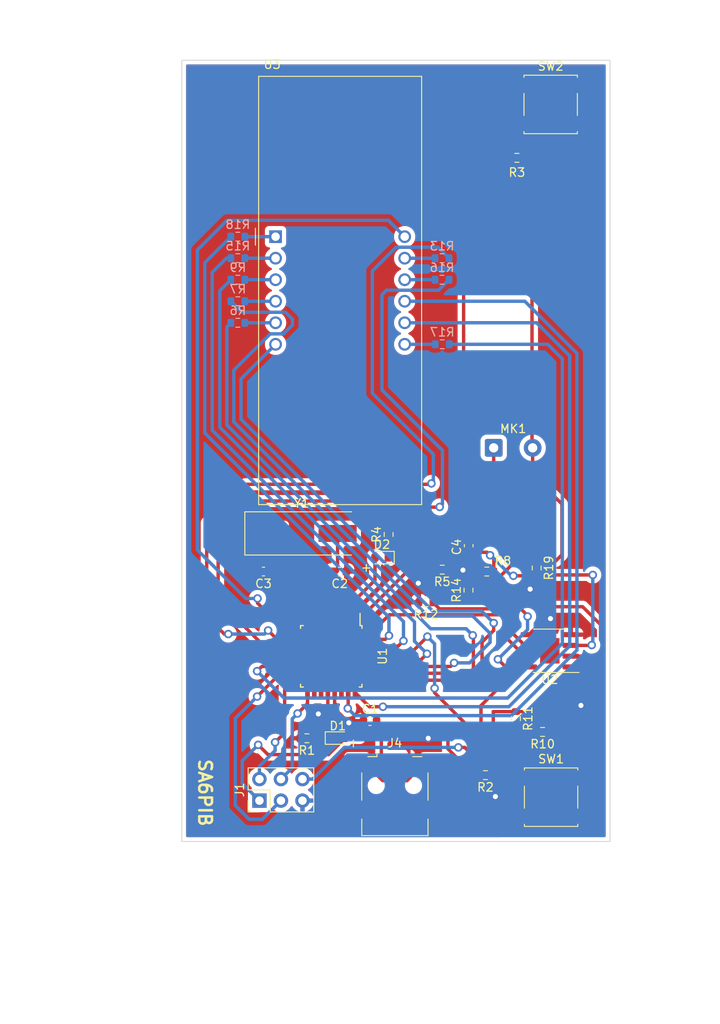
<source format=kicad_pcb>
(kicad_pcb (version 20211014) (generator pcbnew)
  (layers (0 "F.Cu" signal) (31 "B.Cu" signal) (34 "B.Paste" user) (35 "F.Paste" user) (36 "B.SilkS" user "B.Silkscreen") (37 "F.SilkS" user "F.Silkscreen") (38 "B.Mask" user) (39 "F.Mask" user) (44 "Edge.Cuts" user))
  (net 0 "")
  (net 1 "GND")
  (net 2 "RESET")
  (net 3 "XTAL1")
  (net 4 "XTAL2")
  (net 5 "Net-(C4-Pad1)")
  (net 6 "Net-(C4-Pad2)")
  (net 7 "Net-(D2-Pad1)")
  (net 8 "D4")
  (net 9 "Net-(D1-Pad1)")
  (net 10 "MISO1")
  (net 11 "SCK1")
  (net 12 "MOSI1")
  (net 13 "B1")
  (net 14 "B0")
  (net 15 "D5")
  (net 16 "C2")
  (net 20 "unconnected-(J4-Pad6)")
  (net 21 "INT1")
  (net 22 "D6")
  (net 23 "D7")
  (net 24 "B2")
  (net 25 "Net-(R10-Pad2)")
  (net 26 "Net-(R11-Pad1)")
  (net 27 "Net-(R12-Pad1)")
  (net 28 "D1")
  (net 29 "D0")
  (net 30 "C5")
  (net 31 "C4")
  (net 32 "C3")
  (net 37 "INT0")
  (net 38 "+5V")
  (net 39 "Net-(R6-Pad1)")
  (net 40 "Net-(R7-Pad1)")
  (net 41 "Net-(R9-Pad1)")
  (net 42 "Net-(R13-Pad2)")
  (net 43 "Net-(R15-Pad1)")
  (net 44 "Net-(R16-Pad2)")
  (net 45 "Net-(R17-Pad2)")
  (net 46 "Net-(R18-Pad1)")
  (footprint "Connector_USB:USB_Mini-B_Lumberg_2486_01_Horizontal" (layer "F.Cu") (at 121.92 132.08)
    (fp_text reference "J4")
    (fp_text value "USB")
  )
  (footprint "Button_Switch_SMD:SW_SPST_B3S-1000" (layer "F.Cu") (at 140.31 51.705)
    (fp_text reference "SW2")
    (fp_text value "Button")
  )
  (footprint "Capacitor_SMD:C_0603_1608Metric" (layer "F.Cu") (at 106.41 106.83 180)
    (fp_text reference "C3")
    (fp_text value "22p")
  )
  (footprint "Capacitor_SMD:C_0603_1608Metric" (layer "F.Cu") (at 130.635 103.78 -90)
    (fp_text reference "C4")
    (fp_text value "C")
  )
  (footprint "Resistor_SMD:R_0603_1608Metric" (layer "F.Cu") (at 132.61 130.855 180)
    (fp_text reference "R2")
    (fp_text value "10k")
  )
  (footprint "Resistor_SMD:R_0603_1608Metric" (layer "F.Cu") (at 121.185 102.455 90)
    (fp_text reference "R4")
    (fp_text value "10k")
  )
  (footprint "Resistor_SMD:R_0603_1608Metric" (layer "F.Cu") (at 127.51 106.605 180)
    (fp_text reference "R5")
    (fp_text value "1k")
  )
  (footprint "Crystal:Crystal_SMD_HC49-SD" (layer "F.Cu") (at 110.91 102.33)
    (fp_text reference "Y1")
    (fp_text value "16MHz")
  )
  (footprint "Display_7Segment:CA56-12EWA" (layer "F.Cu") (at 107.8385 67.31)
    (fp_text reference "U3")
    (fp_text value "CA56-12EWA")
  )
  (footprint "Resistor_SMD:R_0603_1608Metric" (layer "F.Cu") (at 130.61 109.03 90)
    (fp_text reference "R14")
    (fp_text value "10k")
  )
  (footprint "Resistor_SMD:R_0603_1608Metric" (layer "F.Cu") (at 125.585 110.455 180)
    (fp_text reference "R12")
    (fp_text value "10k")
  )
  (footprint "LED_SMD:LED_0603_1608Metric" (layer "F.Cu") (at 115.185 126.48)
    (fp_text reference "D1")
    (fp_text value "LED")
  )
  (footprint "Resistor_SMD:R_0603_1608Metric" (layer "F.Cu") (at 136.21 124.18 -90)
    (fp_text reference "R11")
    (fp_text value "100k")
  )
  (footprint "Resistor_SMD:R_0603_1608Metric" (layer "F.Cu") (at 139.36 125.755 180)
    (fp_text reference "R10")
    (fp_text value "1k")
  )
  (footprint "Capacitor_SMD:C_0603_1608Metric" (layer "F.Cu") (at 115.41 106.83 180)
    (fp_text reference "C2")
    (fp_text value "22p")
  )
  (footprint "Button_Switch_SMD:SW_SPST_B3S-1000" (layer "F.Cu") (at 140.36 133.455)
    (fp_text reference "SW1")
    (fp_text value "SW_Push")
  )
  (footprint "Connector_PinHeader_2.54mm:PinHeader_2x03_P2.54mm_Vertical" (layer "F.Cu") (at 105.933 133.863 90)
    (fp_text reference "J1")
    (fp_text value "AVR")
  )
  (footprint "Resistor_SMD:R_0603_1608Metric" (layer "F.Cu") (at 138.66 106.405 -90)
    (fp_text reference "R19")
    (fp_text value "100k")
  )
  (footprint "Package_QFP:TQFP-32_7x7mm_P0.8mm" (layer "F.Cu") (at 114.41 116.83 -90)
    (fp_text reference "U1")
    (fp_text value "ATmega88")
  )
  (footprint "LED_SMD:LED_0603_1608Metric" (layer "F.Cu") (at 120.36 105.18 180)
    (fp_text reference "D2")
    (fp_text value "LED")
  )
  (footprint "Capacitor_SMD:C_0603_1608Metric" (layer "F.Cu") (at 118.985 124.48)
    (fp_text reference "C1")
    (fp_text value "C")
  )
  (footprint "Resistor_SMD:R_0603_1608Metric" (layer "F.Cu") (at 132.77 106.83)
    (fp_text reference "R8")
    (fp_text value "100k")
  )
  (footprint "Resistor_SMD:R_0603_1608Metric" (layer "F.Cu") (at 136.33 58.005 180)
    (fp_text reference "R3")
    (fp_text value "10k")
  )
  (footprint "Connector_Wire:SolderWire-0.5sqmm_1x02_P4.6mm_D0.9mm_OD2.1mm" (layer "F.Cu") (at 133.585 92.23)
    (fp_text reference "MK1")
    (fp_text value "Microphone")
  )
  (footprint "Package_SO:SOIC-8-1EP_3.9x4.9mm_P1.27mm_EP2.29x3mm" (layer "F.Cu") (at 140.21 116.18 180)
    (fp_text reference "U2")
    (fp_text value "LM358")
  )
  (footprint "Resistor_SMD:R_0603_1608Metric" (layer "F.Cu") (at 111.535 126.505 180)
    (fp_text reference "R1")
    (fp_text value "10k")
  )
  (footprint "Resistor_SMD:R_0603_1608Metric" (layer "B.Cu") (at 127.485 72.395 180)
    (fp_text reference "R16")
    (fp_text value "500")
  )
  (footprint "Resistor_SMD:R_0603_1608Metric" (layer "B.Cu") (at 127.485 69.855 180)
    (fp_text reference "R13")
    (fp_text value "500")
  )
  (footprint "Resistor_SMD:R_0603_1608Metric" (layer "B.Cu") (at 103.385 67.31 180)
    (fp_text reference "R18")
    (fp_text value "500")
  )
  (footprint "Resistor_SMD:R_0603_1608Metric" (layer "B.Cu") (at 103.385 72.39 180)
    (fp_text reference "R9")
    (fp_text value "500")
  )
  (footprint "Resistor_SMD:R_0603_1608Metric" (layer "B.Cu") (at 103.385 74.93 180)
    (fp_text reference "R7")
    (fp_text value "500")
  )
  (footprint "Resistor_SMD:R_0603_1608Metric" (layer "B.Cu") (at 127.51 80.01 180)
    (fp_text reference "R17")
    (fp_text value "500")
  )
  (footprint "Resistor_SMD:R_0603_1608Metric" (layer "B.Cu") (at 103.385 69.85 180)
    (fp_text reference "R15")
    (fp_text value "500")
  )
  (footprint "Resistor_SMD:R_0603_1608Metric" (layer "B.Cu") (at 103.385 77.47 180)
    (fp_text reference "R6")
    (fp_text value "500")
  )
  (gr_line (start 147.32 46.482) (end 147.32 138.684) (layer "Edge.Cuts") (width 0.1))
  (gr_line (start 96.774 46.482) (end 147.32 46.482) (layer "Edge.Cuts") (width 0.1))
  (gr_line (start 96.774 53.594) (end 96.774 138.684) (layer "Edge.Cuts") (width 0.1))
  (gr_line (start 140.97 138.684) (end 147.32 138.684) (layer "Edge.Cuts") (width 0.1))
  (gr_line (start 96.774 138.684) (end 140.97 138.684) (layer "Edge.Cuts") (width 0.1))
  (gr_line (start 96.774 53.594) (end 96.774 46.482) (layer "Edge.Cuts") (width 0.1))
  (gr_text "+" (at 118.55 106.338) (layer "F.SilkS") (effects (font (size 1 1))))
  (gr_text "SA6PIB" (at 99.51 132.93 270) (layer "F.SilkS") (effects (font (size 1.5 1.5) (thickness 0.3))))
  (gr_text "+" (at 117.026 127.039) (layer "F.SilkS") (effects (font (size 1 1))))
  (segment (start 115.3475 109.1925) (end 114.01 110.53) (width 0.4) (layer "F.Cu") (net 1))
  (segment (start 110.71 125.805) (end 112.885 123.63) (width 0.4) (layer "F.Cu") (net 1))
  (segment (start 116.185 106.83) (end 116.185 108.355) (width 0.4) (layer "F.Cu") (net 1))
  (segment (start 116.485 124.68) (end 114.81 123.005) (width 0.4) (layer "F.Cu") (net 1))
  (segment (start 115.61 109.455) (end 115.3475 109.1925) (width 0.4) (layer "F.Cu") (net 1))
  (segment (start 110.71 126.505) (end 110.71 125.805) (width 0.4) (layer "F.Cu") (net 1))
  (segment (start 116.485 124.68) (end 116.685 124.48) (width 0.4) (layer "F.Cu") (net 1))
  (segment (start 116.685 124.48) (end 118.21 124.48) (width 0.4) (layer "F.Cu") (net 1))
  (segment (start 114.01 110.53) (end 114.01 112.58) (width 0.4) (layer "F.Cu") (net 1))
  (segment (start 115.61 112.58) (end 115.61 109.455) (width 0.4) (layer "F.Cu") (net 1))
  (segment (start 116.185 108.355) (end 115.3475 109.1925) (width 0.4) (layer "F.Cu") (net 1))
  (segment (start 114.81 123.005) (end 114.81 121.08) (width 0.4) (layer "F.Cu") (net 1))
  (via (at 124.685 108.205) (size 1) (drill 0.6) (layers "F.Cu" "B.Cu") (net 1))
  (via (at 140.285 112.38) (size 1) (drill 0.6) (layers "F.Cu" "B.Cu") (net 1))
  (via (at 125.86 126.505) (size 1) (drill 0.6) (layers "F.Cu" "B.Cu") (net 1))
  (via (at 133.785 133.38) (size 1) (drill 0.6) (layers "F.Cu" "B.Cu") (net 1))
  (via (at 112.885 123.63) (size 1) (drill 0.6) (layers "F.Cu" "B.Cu") (net 1))
  (via (at 137.885 108.905) (size 1) (drill 0.6) (layers "F.Cu" "B.Cu") (net 1))
  (via (at 129.96 106.655) (size 1) (drill 0.6) (layers "F.Cu" "B.Cu") (net 1))
  (via (at 143.885 122.63) (size 1) (drill 0.6) (layers "F.Cu" "B.Cu") (net 1))
  (via (at 116.485 124.68) (size 1) (drill 0.6) (layers "F.Cu" "B.Cu") (net 1))
  (segment (start 131.185 106.655) (end 129.96 106.655) (width 0.4) (layer "B.Cu") (net 1))
  (segment (start 133.785 133.38) (end 133.81 133.355) (width 0.4) (layer "B.Cu") (net 1))
  (segment (start 115.685 126.43) (end 112.885 123.63) (width 0.4) (layer "B.Cu") (net 1))
  (segment (start 133.81 128.305) (end 131.935 126.43) (width 0.4) (layer "B.Cu") (net 1))
  (segment (start 137.885 108.905) (end 133.435 108.905) (width 0.4) (layer "B.Cu") (net 1))
  (segment (start 126.235 106.655) (end 124.685 108.205) (width 0.4) (layer "B.Cu") (net 1))
  (segment (start 125.785 126.43) (end 115.685 126.43) (width 0.4) (layer "B.Cu") (net 1))
  (segment (start 129.96 106.655) (end 126.235 106.655) (width 0.4) (layer "B.Cu") (net 1))
  (segment (start 131.935 126.43) (end 125.935 126.43) (width 0.4) (layer "B.Cu") (net 1))
  (segment (start 125.935 126.43) (end 125.86 126.505) (width 0.4) (layer "B.Cu") (net 1))
  (segment (start 125.86 126.505) (end 125.785 126.43) (width 0.4) (layer "B.Cu") (net 1))
  (segment (start 133.435 108.905) (end 131.185 106.655) (width 0.4) (layer "B.Cu") (net 1))
  (segment (start 133.81 133.355) (end 133.81 128.305) (width 0.4) (layer "B.Cu") (net 1))
  (segment (start 126.61 121.13) (end 133.435 127.955) (width 0.4) (layer "F.Cu") (net 2))
  (segment (start 129.41 127.58) (end 129.41 127.705) (width 0.25) (layer "F.Cu") (net 2))
  (segment (start 126.61 120.605) (end 126.61 121.13) (width 0.4) (layer "F.Cu") (net 2))
  (segment (start 130.16 127.58) (end 133.435 130.855) (width 0.4) (layer "F.Cu") (net 2))
  (segment (start 126.501427 120.713573) (end 126.61 120.605) (width 0.4) (layer "F.Cu") (net 2))
  (segment (start 136.385 131.205) (end 144.335 131.205) (width 0.4) (layer "F.Cu") (net 2))
  (segment (start 133.785 131.205) (end 133.435 130.855) (width 0.4) (layer "F.Cu") (net 2))
  (segment (start 129.41 127.58) (end 130.16 127.58) (width 0.4) (layer "F.Cu") (net 2))
  (segment (start 136.385 131.205) (end 133.785 131.205) (width 0.4) (layer "F.Cu") (net 2))
  (segment (start 133.435 127.955) (end 133.435 130.855) (width 0.4) (layer "F.Cu") (net 2))
  (segment (start 123.835 116.43) (end 118.66 116.43) (width 0.4) (layer "F.Cu") (net 2))
  (segment (start 125.76 114.505) (end 123.835 116.43) (width 0.4) (layer "F.Cu") (net 2))
  (via (at 125.76 114.505) (size 1) (drill 0.6) (layers "F.Cu" "B.Cu") (net 2))
  (via (at 126.61 120.605) (size 1) (drill 0.6) (layers "F.Cu" "B.Cu") (net 2))
  (via (at 129.41 127.58) (size 1) (drill 0.6) (layers "F.Cu" "B.Cu") (net 2))
  (segment (start 112.222 131.323) (end 115.965 127.58) (width 0.4) (layer "B.Cu") (net 2))
  (segment (start 126.61 115.355) (end 125.76 114.505) (width 0.4) (layer "B.Cu") (net 2))
  (segment (start 115.965 127.58) (end 129.41 127.58) (width 0.4) (layer "B.Cu") (net 2))
  (segment (start 126.61 120.605) (end 126.61 115.355) (width 0.4) (layer "B.Cu") (net 2))
  (segment (start 111.013 131.323) (end 112.222 131.323) (width 0.4) (layer "B.Cu") (net 2))
  (segment (start 115.16 102.33) (end 115.16 106.76) (width 0.4) (layer "F.Cu") (net 3))
  (segment (start 112.41 112.58) (end 112.41 109.51) (width 0.4) (layer "F.Cu") (net 3))
  (segment (start 112.41 109.51) (end 115.09 106.83) (width 0.4) (layer "F.Cu") (net 3))
  (segment (start 115.16 106.76) (end 115.09 106.83) (width 0.25) (layer "F.Cu") (net 3))
  (segment (start 106.73 107.7) (end 111.61 112.58) (width 0.4) (layer "F.Cu") (net 4))
  (segment (start 106.73 106.83) (end 106.73 107.7) (width 0.4) (layer "F.Cu") (net 4))
  (segment (start 106.66 102.33) (end 106.66 106.76) (width 0.4) (layer "F.Cu") (net 4))
  (segment (start 106.66 106.76) (end 106.73 106.83) (width 0.25) (layer "F.Cu") (net 4))
  (segment (start 130.635 103.005) (end 130.635 99.105) (width 0.4) (layer "F.Cu") (net 5))
  (segment (start 133.585 96.155) (end 133.585 92.23) (width 0.4) (layer "F.Cu") (net 5))
  (segment (start 130.285 103.005) (end 126.685 106.605) (width 0.4) (layer "F.Cu") (net 5))
  (segment (start 130.635 99.105) (end 133.585 96.155) (width 0.4) (layer "F.Cu") (net 5))
  (segment (start 130.635 103.005) (end 130.285 103.005) (width 0.4) (layer "F.Cu") (net 5))
  (segment (start 138.56 107.33) (end 138.66 107.23) (width 0.25) (layer "F.Cu") (net 6))
  (segment (start 130.635 104.555) (end 132.81 104.555) (width 0.4) (layer "F.Cu") (net 6))
  (segment (start 135.91 107.33) (end 138.56 107.33) (width 0.4) (layer "F.Cu") (net 6))
  (segment (start 132.81 104.555) (end 133.16 104.905) (width 0.4) (layer "F.Cu") (net 6))
  (segment (start 145.16 115.505) (end 145.12 115.545) (width 0.4) (layer "F.Cu") (net 6))
  (segment (start 138.66 107.23) (end 145.285 107.23) (width 0.4) (layer "F.Cu") (net 6))
  (segment (start 133.595 105.34) (end 133.16 104.905) (width 0.4) (layer "F.Cu") (net 6))
  (segment (start 145.12 115.545) (end 142.685 115.545) (width 0.4) (layer "F.Cu") (net 6))
  (segment (start 133.595 106.83) (end 133.595 105.34) (width 0.4) (layer "F.Cu") (net 6))
  (via (at 145.16 115.505) (size 1) (drill 0.6) (layers "F.Cu" "B.Cu") (net 6))
  (via (at 133.16 104.905) (size 1) (drill 0.6) (layers "F.Cu" "B.Cu") (net 6))
  (via (at 145.285 107.23) (size 1) (drill 0.6) (layers "F.Cu" "B.Cu") (net 6))
  (via (at 135.91 107.33) (size 1) (drill 0.6) (layers "F.Cu" "B.Cu") (net 6))
  (segment (start 133.235 104.905) (end 135.66 107.33) (width 0.4) (layer "B.Cu") (net 6))
  (segment (start 133.16 104.905) (end 133.235 104.905) (width 0.4) (layer "B.Cu") (net 6))
  (segment (start 145.285 115.38) (end 145.285 107.23) (width 0.4) (layer "B.Cu") (net 6))
  (segment (start 135.91 107.33) (end 135.66 107.33) (width 0.25) (layer "B.Cu") (net 6))
  (segment (start 145.16 115.505) (end 145.285 115.38) (width 0.4) (layer "B.Cu") (net 6))
  (segment (start 121.1475 105.18) (end 121.1475 103.3175) (width 0.4) (layer "F.Cu") (net 7))
  (segment (start 121.1475 103.3175) (end 121.185 103.28) (width 0.4) (layer "F.Cu") (net 7))
  (segment (start 116.41 112.58) (end 116.41 111.003828) (width 0.4) (layer "F.Cu") (net 8))
  (segment (start 119.5725 107.841328) (end 119.5725 105.18) (width 0.4) (layer "F.Cu") (net 8))
  (segment (start 116.41 111.003828) (end 119.5725 107.841328) (width 0.4) (layer "F.Cu") (net 8))
  (segment (start 112.36 126.505) (end 114.3725 126.505) (width 0.4) (layer "F.Cu") (net 9))
  (segment (start 114.3725 126.505) (end 114.3975 126.48) (width 0.4) (layer "F.Cu") (net 9))
  (segment (start 108.91 120.58) (end 109.86 119.63) (width 0.4) (layer "F.Cu") (net 10))
  (segment (start 108.91 125.855) (end 108.91 120.58) (width 0.4) (layer "F.Cu") (net 10))
  (segment (start 107.785 126.98) (end 108.91 125.855) (width 0.4) (layer "F.Cu") (net 10))
  (segment (start 109.86 119.63) (end 110.16 119.63) (width 0.25) (layer "F.Cu") (net 10))
  (via (at 107.785 126.98) (size 1) (drill 0.6) (layers "F.Cu" "B.Cu") (net 10))
  (segment (start 107.785 127.955) (end 105.933 129.807) (width 0.4) (layer "B.Cu") (net 10))
  (segment (start 107.785 126.98) (end 107.785 127.955) (width 0.4) (layer "B.Cu") (net 10))
  (segment (start 105.933 129.807) (end 105.933 131.323) (width 0.4) (layer "B.Cu") (net 10))
  (segment (start 111.61 122.405) (end 111.61 121.08) (width 0.4) (layer "F.Cu") (net 11))
  (segment (start 110.435 123.58) (end 111.61 122.405) (width 0.4) (layer "F.Cu") (net 11))
  (via (at 110.435 123.58) (size 1) (drill 0.6) (layers "F.Cu" "B.Cu") (net 11))
  (segment (start 109.81 124.205) (end 109.81 129.986) (width 0.4) (layer "B.Cu") (net 11))
  (segment (start 109.81 129.986) (end 108.473 131.323) (width 0.4) (layer "B.Cu") (net 11))
  (segment (start 110.435 123.58) (end 109.81 124.205) (width 0.4) (layer "B.Cu") (net 11))
  (segment (start 108.41 118.83) (end 110.16 118.83) (width 0.4) (layer "F.Cu") (net 12))
  (segment (start 105.66 121.58) (end 108.41 118.83) (width 0.4) (layer "F.Cu") (net 12))
  (via (at 105.66 121.58) (size 1) (drill 0.6) (layers "F.Cu" "B.Cu") (net 12))
  (segment (start 103.085 124.155) (end 105.66 121.58) (width 0.4) (layer "B.Cu") (net 12))
  (segment (start 103.085 134.43) (end 103.085 124.155) (width 0.4) (layer "B.Cu") (net 12))
  (segment (start 108.473 133.863) (end 106.281 136.055) (width 0.4) (layer "B.Cu") (net 12))
  (segment (start 106.281 136.055) (end 104.71 136.055) (width 0.4) (layer "B.Cu") (net 12))
  (segment (start 104.71 136.055) (end 103.085 134.43) (width 0.4) (layer "B.Cu") (net 12))
  (segment (start 118.91 122.78) (end 117.21 121.08) (width 0.4) (layer "F.Cu") (net 13))
  (segment (start 120.51 122.78) (end 118.91 122.78) (width 0.4) (layer "F.Cu") (net 13))
  (via (at 120.51 122.78) (size 1) (drill 0.6) (layers "F.Cu" "B.Cu") (net 13))
  (segment (start 142.56 115.605) (end 142.56 81.38) (width 0.4) (layer "B.Cu") (net 13))
  (segment (start 142.56 81.38) (end 138.65 77.47) (width 0.4) (layer "B.Cu") (net 13))
  (segment (start 120.51 122.78) (end 135.385 122.78) (width 0.4) (layer "B.Cu") (net 13))
  (segment (start 138.65 77.47) (end 123.0785 77.47) (width 0.4) (layer "B.Cu") (net 13))
  (segment (start 135.385 122.78) (end 142.56 115.605) (width 0.4) (layer "B.Cu") (net 13))
  (segment (start 116.41 122.83) (end 116.41 121.08) (width 0.4) (layer "F.Cu") (net 14))
  (segment (start 116.36 122.98) (end 116.36 122.88) (width 0.4) (layer "F.Cu") (net 14))
  (segment (start 116.36 122.88) (end 116.41 122.83) (width 0.4) (layer "F.Cu") (net 14))
  (via (at 116.36 122.98) (size 1) (drill 0.6) (layers "F.Cu" "B.Cu") (net 14))
  (segment (start 135.685 123.83) (end 143.41 116.105) (width 0.4) (layer "B.Cu") (net 14))
  (segment (start 143.41 81.08) (end 137.26 74.93) (width 0.4) (layer "B.Cu") (net 14))
  (segment (start 117.21 123.83) (end 135.685 123.83) (width 0.4) (layer "B.Cu") (net 14))
  (segment (start 116.36 122.98) (end 117.21 123.83) (width 0.4) (layer "B.Cu") (net 14))
  (segment (start 143.41 116.105) (end 143.41 81.08) (width 0.4) (layer "B.Cu") (net 14))
  (segment (start 137.26 74.93) (end 123.0785 74.93) (width 0.4) (layer "B.Cu") (net 14))
  (segment (start 105.71 110.555) (end 109.21 114.055) (width 0.4) (layer "F.Cu") (net 15))
  (segment (start 110.135 114.055) (end 110.16 114.03) (width 0.4) (layer "F.Cu") (net 15))
  (segment (start 105.71 110.005) (end 105.71 110.555) (width 0.4) (layer "F.Cu") (net 15))
  (segment (start 109.21 114.055) (end 110.135 114.055) (width 0.4) (layer "F.Cu") (net 15))
  (via (at 105.71 110.005) (size 1) (drill 0.6) (layers "F.Cu" "B.Cu") (net 15))
  (segment (start 102.11 65.38) (end 121.1485 65.38) (width 0.4) (layer "B.Cu") (net 15))
  (segment (start 105.71 110.005) (end 104.328836 110.005) (width 0.4) (layer "B.Cu") (net 15))
  (segment (start 98.61 104.286164) (end 98.61 68.88) (width 0.4) (layer "B.Cu") (net 15))
  (segment (start 104.328836 110.005) (end 98.61 104.286164) (width 0.4) (layer "B.Cu") (net 15))
  (segment (start 98.61 68.88) (end 102.11 65.38) (width 0.4) (layer "B.Cu") (net 15))
  (segment (start 121.1485 65.38) (end 123.0785 67.31) (width 0.4) (layer "B.Cu") (net 15))
  (segment (start 133.585 113.78) (end 132.21 115.155) (width 0.4) (layer "F.Cu") (net 16))
  (segment (start 131.288534 119.651466) (end 118.681466 119.651466) (width 0.4) (layer "F.Cu") (net 16))
  (segment (start 132.21 115.155) (end 132.21 118.73) (width 0.4) (layer "F.Cu") (net 16))
  (segment (start 118.681466 119.651466) (end 118.66 119.63) (width 0.4) (layer "F.Cu") (net 16))
  (segment (start 132.21 118.73) (end 131.288534 119.651466) (width 0.4) (layer "F.Cu") (net 16))
  (segment (start 133.585 112.905) (end 133.585 113.78) (width 0.4) (layer "F.Cu") (net 16))
  (via (at 133.585 112.905) (size 1) (drill 0.6) (layers "F.Cu" "B.Cu") (net 16))
  (segment (start 126.385 111.48) (end 103.76 88.855) (width 0.4) (layer "B.Cu") (net 16))
  (segment (start 132.16 111.48) (end 126.385 111.48) (width 0.4) (layer "B.Cu") (net 16))
  (segment (start 103.76 84.0885) (end 107.8385 80.01) (width 0.4) (layer "B.Cu") (net 16))
  (segment (start 103.76 88.855) (end 103.76 84.0885) (width 0.4) (layer "B.Cu") (net 16))
  (segment (start 133.585 112.905) (end 132.16 111.48) (width 0.4) (layer "B.Cu") (net 16))
  (segment (start 117.47 129.48) (end 118.462827 129.48) (width 0.4) (layer "F.Cu") (net 20))
  (segment (start 117.47 134.93) (end 126.37 134.93) (width 0.4) (layer "F.Cu") (net 20))
  (segment (start 123.352173 131.505) (end 125.377173 129.48) (width 0.4) (layer "F.Cu") (net 20))
  (segment (start 117.47 129.48) (end 117.47 134.93) (width 0.4) (layer "F.Cu") (net 20))
  (segment (start 126.37 129.48) (end 126.37 134.93) (width 0.4) (layer "F.Cu") (net 20))
  (segment (start 125.377173 129.48) (end 126.37 129.48) (width 0.4) (layer "F.Cu") (net 20))
  (segment (start 118.462827 129.48) (end 120.487827 131.505) (width 0.4) (layer "F.Cu") (net 20))
  (segment (start 120.487827 131.505) (end 123.352173 131.505) (width 0.4) (layer "F.Cu") (net 20))
  (segment (start 131.785 49.455) (end 136.335 49.455) (width 0.4) (layer "F.Cu") (net 21))
  (segment (start 130.41 58.83) (end 130.035 59.205) (width 0.4) (layer "F.Cu") (net 21))
  (segment (start 129.98 51.26) (end 131.785 49.455) (width 0.4) (layer "F.Cu") (net 21))
  (segment (start 134.68 58.83) (end 135.505 58.005) (width 0.4) (layer "F.Cu") (net 21))
  (segment (start 129.98 58.4) (end 129.98 51.26) (width 0.4) (layer "F.Cu") (net 21))
  (segment (start 130.41 58.83) (end 129.98 58.4) (width 0.4) (layer "F.Cu") (net 21))
  (segment (start 117.603573 112.58) (end 117.21 112.58) (width 0.4) (layer "F.Cu") (net 21))
  (segment (start 130.41 58.83) (end 134.68 58.83) (width 0.4) (layer "F.Cu") (net 21))
  (segment (start 136.335 49.455) (end 144.285 49.455) (width 0.4) (layer "F.Cu") (net 21))
  (segment (start 130.035 100.148573) (end 117.603573 112.58) (width 0.4) (layer "F.Cu") (net 21))
  (segment (start 130.035 59.205) (end 130.035 100.148573) (width 0.4) (layer "F.Cu") (net 21))
  (segment (start 108.01 114.83) (end 110.16 114.83) (width 0.4) (layer "F.Cu") (net 22))
  (segment (start 106.96 113.78) (end 108.01 114.83) (width 0.4) (layer "F.Cu") (net 22))
  (segment (start 126.135 96.53) (end 126.235 96.43) (width 0.4) (layer "F.Cu") (net 22))
  (segment (start 99.71 112.13) (end 99.71 101.08) (width 0.4) (layer "F.Cu") (net 22))
  (segment (start 99.71 101.08) (end 104.26 96.53) (width 0.4) (layer "F.Cu") (net 22))
  (segment (start 104.26 96.53) (end 126.135 96.53) (width 0.4) (layer "F.Cu") (net 22))
  (segment (start 102.26 114.205) (end 101.785 114.205) (width 0.4) (layer "F.Cu") (net 22))
  (segment (start 101.785 114.205) (end 99.71 112.13) (width 0.4) (layer "F.Cu") (net 22))
  (via (at 102.26 114.205) (size 1) (drill 0.6) (layers "F.Cu" "B.Cu") (net 22))
  (via (at 106.96 113.78) (size 1) (drill 0.6) (layers "F.Cu" "B.Cu") (net 22))
  (via (at 126.235 96.43) (size 1) (drill 0.6) (layers "F.Cu" "B.Cu") (net 22))
  (segment (start 106.535 114.205) (end 102.26 114.205) (width 0.4) (layer "B.Cu") (net 22))
  (segment (start 126.46 92.98) (end 119.26 85.78) (width 0.4) (layer "B.Cu") (net 22))
  (segment (start 106.96 113.78) (end 106.535 114.205) (width 0.4) (layer "B.Cu") (net 22))
  (segment (start 119.26 85.78) (end 119.26 71.355) (width 0.4) (layer "B.Cu") (net 22))
  (segment (start 126.46 96.205) (end 126.46 92.98) (width 0.4) (layer "B.Cu") (net 22))
  (segment (start 126.235 96.43) (end 126.46 96.205) (width 0.4) (layer "B.Cu") (net 22))
  (segment (start 122.06 68.555) (end 127.01 68.555) (width 0.4) (layer "B.Cu") (net 22))
  (segment (start 119.26 71.355) (end 122.06 68.555) (width 0.4) (layer "B.Cu") (net 22))
  (segment (start 127.01 68.555) (end 128.31 69.855) (width 0.4) (layer "B.Cu") (net 22))
  (segment (start 125.887409 99.229511) (end 125.162898 98.505) (width 0.4) (layer "F.Cu") (net 23))
  (segment (start 101.06 110.207898) (end 106.482102 115.63) (width 0.4) (layer "F.Cu") (net 23))
  (segment (start 127.21 99.205) (end 127.185489 99.229511) (width 0.4) (layer "F.Cu") (net 23))
  (segment (start 104.66 98.505) (end 101.06 102.105) (width 0.4) (layer "F.Cu") (net 23))
  (segment (start 125.162898 98.505) (end 104.66 98.505) (width 0.4) (layer "F.Cu") (net 23))
  (segment (start 127.185489 99.229511) (end 125.887409 99.229511) (width 0.4) (layer "F.Cu") (net 23))
  (segment (start 101.06 102.105) (end 101.06 110.207898) (width 0.4) (layer "F.Cu") (net 23))
  (segment (start 106.482102 115.63) (end 110.16 115.63) (width 0.4) (layer "F.Cu") (net 23))
  (via (at 127.21 99.205) (size 1) (drill 0.6) (layers "F.Cu" "B.Cu") (net 23))
  (segment (start 127.075 73.63) (end 120.934 73.63) (width 0.4) (layer "B.Cu") (net 23))
  (segment (start 127.535 92.53) (end 127.535 98.88) (width 0.4) (layer "B.Cu") (net 23))
  (segment (start 120.934 73.63) (end 120.396 74.168) (width 0.4) (layer "B.Cu") (net 23))
  (segment (start 127.535 98.88) (end 127.21 99.205) (width 0.4) (layer "B.Cu") (net 23))
  (segment (start 128.31 72.395) (end 127.075 73.63) (width 0.4) (layer "B.Cu") (net 23))
  (segment (start 120.396 74.168) (end 120.396 85.391) (width 0.4) (layer "B.Cu") (net 23))
  (segment (start 120.396 85.391) (end 127.535 92.53) (width 0.4) (layer "B.Cu") (net 23))
  (segment (start 105.66 118.58) (end 106.21 118.03) (width 0.4) (layer "F.Cu") (net 24))
  (segment (start 106.21 118.03) (end 110.16 118.03) (width 0.4) (layer "F.Cu") (net 24))
  (via (at 105.66 118.58) (size 1) (drill 0.6) (layers "F.Cu" "B.Cu") (net 24))
  (segment (start 135.235 121.755) (end 108.835 121.755) (width 0.4) (layer "B.Cu") (net 24))
  (segment (start 141.685 115.305) (end 135.235 121.755) (width 0.4) (layer "B.Cu") (net 24))
  (segment (start 141.685 81.73) (end 141.685 115.305) (width 0.4) (layer "B.Cu") (net 24))
  (segment (start 128.335 80.01) (end 139.965 80.01) (width 0.4) (layer "B.Cu") (net 24))
  (segment (start 139.965 80.01) (end 141.685 81.73) (width 0.4) (layer "B.Cu") (net 24))
  (segment (start 108.835 121.755) (end 105.66 118.58) (width 0.4) (layer "B.Cu") (net 24))
  (segment (start 144.22 116.815) (end 142.685 116.815) (width 0.4) (layer "F.Cu") (net 25))
  (segment (start 136.21 125.005) (end 137.785 125.005) (width 0.4) (layer "F.Cu") (net 25))
  (segment (start 137.785 125.005) (end 138.535 125.755) (width 0.4) (layer "F.Cu") (net 25))
  (segment (start 144.735 119.555) (end 144.735 117.33) (width 0.4) (layer "F.Cu") (net 25))
  (segment (start 138.535 125.755) (end 144.735 119.555) (width 0.4) (layer "F.Cu") (net 25))
  (segment (start 144.735 117.33) (end 144.22 116.815) (width 0.4) (layer "F.Cu") (net 25))
  (segment (start 133.535 124.68) (end 136.635 127.78) (width 0.4) (layer "F.Cu") (net 26))
  (segment (start 142.685 118.085) (end 142.685 119.455) (width 0.4) (layer "F.Cu") (net 26))
  (segment (start 144.085 110.98) (end 139.06 110.98) (width 0.4) (layer "F.Cu") (net 26))
  (segment (start 139.06 110.98) (end 139.06 112.95) (width 0.4) (layer "F.Cu") (net 26))
  (segment (start 141.21 127.78) (end 146.485 122.505) (width 0.4) (layer "F.Cu") (net 26))
  (segment (start 136.21 123.355) (end 133.535 123.355) (width 0.4) (layer "F.Cu") (net 26))
  (segment (start 142.685 119.455) (end 138.785 123.355) (width 0.4) (layer "F.Cu") (net 26))
  (segment (start 133.535 123.355) (end 133.535 124.68) (width 0.4) (layer "F.Cu") (net 26))
  (segment (start 136.635 127.78) (end 141.21 127.78) (width 0.4) (layer "F.Cu") (net 26))
  (segment (start 146.485 113.38) (end 144.085 110.98) (width 0.4) (layer "F.Cu") (net 26))
  (segment (start 138.785 123.355) (end 136.21 123.355) (width 0.4) (layer "F.Cu") (net 26))
  (segment (start 139.06 112.95) (end 137.735 114.275) (width 0.4) (layer "F.Cu") (net 26))
  (segment (start 146.485 122.505) (end 146.485 113.38) (width 0.4) (layer "F.Cu") (net 26))
  (segment (start 137.252862 115.545) (end 137.735 115.545) (width 0.4) (layer "F.Cu") (net 27))
  (segment (start 135.385 111.23) (end 135.685 111.53) (width 0.4) (layer "F.Cu") (net 27))
  (segment (start 128.66 108.205) (end 126.41 110.455) (width 0.4) (layer "F.Cu") (net 27))
  (segment (start 135.685 111.53) (end 135.685 113.977138) (width 0.4) (layer "F.Cu") (net 27))
  (segment (start 127.185 111.23) (end 135.385 111.23) (width 0.4) (layer "F.Cu") (net 27))
  (segment (start 130.61 108.205) (end 128.66 108.205) (width 0.4) (layer "F.Cu") (net 27))
  (segment (start 126.41 110.455) (end 127.185 111.23) (width 0.4) (layer "F.Cu") (net 27))
  (segment (start 135.685 113.977138) (end 137.252862 115.545) (width 0.4) (layer "F.Cu") (net 27))
  (segment (start 120.785 114.83) (end 118.66 114.83) (width 0.4) (layer "F.Cu") (net 28))
  (segment (start 121.223957 114.391043) (end 120.785 114.83) (width 0.4) (layer "F.Cu") (net 28))
  (via (at 121.223957 114.391043) (size 1) (drill 0.6) (layers "F.Cu" "B.Cu") (net 28))
  (segment (start 121.223957 114.391043) (end 121.223957 112.218957) (width 0.4) (layer "B.Cu") (net 28))
  (segment (start 99.485 70.385) (end 102.56 67.31) (width 0.4) (layer "B.Cu") (net 28))
  (segment (start 121.223957 112.218957) (end 99.485 90.48) (width 0.4) (layer "B.Cu") (net 28))
  (segment (start 99.485 90.48) (end 99.485 70.385) (width 0.4) (layer "B.Cu") (net 28))
  (segment (start 122.935 115.005) (end 122.31 115.63) (width 0.4) (layer "F.Cu") (net 29))
  (segment (start 122.31 115.63) (end 118.66 115.63) (width 0.4) (layer "F.Cu") (net 29))
  (via (at 122.935 115.005) (size 1) (drill 0.6) (layers "F.Cu" "B.Cu") (net 29))
  (segment (start 102.04 69.85) (end 102.56 69.85) (width 0.4) (layer "B.Cu") (net 29))
  (segment (start 122.935 115.005) (end 122.935 112.73) (width 0.4) (layer "B.Cu") (net 29))
  (segment (start 122.935 112.73) (end 100.36 90.155) (width 0.4) (layer "B.Cu") (net 29))
  (segment (start 100.36 90.155) (end 100.36 71.53) (width 0.4) (layer "B.Cu") (net 29))
  (segment (start 100.36 71.53) (end 102.04 69.85) (width 0.4) (layer "B.Cu") (net 29))
  (segment (start 125.0105 117.23) (end 118.66 117.23) (width 0.4) (layer "F.Cu") (net 30))
  (segment (start 125.7105 116.53) (end 125.0105 117.23) (width 0.4) (layer "F.Cu") (net 30))
  (via (at 125.7105 116.53) (size 1) (drill 0.6) (layers "F.Cu" "B.Cu") (net 30))
  (segment (start 101.26 73.69) (end 102.56 72.39) (width 0.4) (layer "B.Cu") (net 30))
  (segment (start 124.235 115.0545) (end 124.235 112.77355) (width 0.4) (layer "B.Cu") (net 30))
  (segment (start 101.26 89.79855) (end 101.26 73.69) (width 0.4) (layer "B.Cu") (net 30))
  (segment (start 124.235 112.77355) (end 101.26 89.79855) (width 0.4) (layer "B.Cu") (net 30))
  (segment (start 125.7105 116.53) (end 124.235 115.0545) (width 0.4) (layer "B.Cu") (net 30))
  (segment (start 118.66 118.03) (end 128.485 118.03) (width 0.4) (layer "F.Cu") (net 31))
  (segment (start 128.485 118.03) (end 128.91 117.605) (width 0.4) (layer "F.Cu") (net 31))
  (via (at 128.91 117.605) (size 1) (drill 0.6) (layers "F.Cu" "B.Cu") (net 31))
  (segment (start 102.56 74.93) (end 103.86 76.23) (width 0.4) (layer "B.Cu") (net 31))
  (segment (start 109.01 76.23) (end 109.835 77.055) (width 0.4) (layer "B.Cu") (net 31))
  (segment (start 109.835 77.055) (end 109.835 77.73) (width 0.4) (layer "B.Cu") (net 31))
  (segment (start 109.835 77.73) (end 108.785 78.78) (width 0.4) (layer "B.Cu") (net 31))
  (segment (start 133.16 115.18) (end 130.735 117.605) (width 0.4) (layer "B.Cu") (net 31))
  (segment (start 125.80952 112.07952) (end 131.10952 112.07952) (width 0.4) (layer "B.Cu") (net 31))
  (segment (start 131.10952 112.07952) (end 133.16 114.13) (width 0.4) (layer "B.Cu") (net 31))
  (segment (start 103.86 76.23) (end 109.01 76.23) (width 0.4) (layer "B.Cu") (net 31))
  (segment (start 108.785 78.78) (end 107.201867 78.78) (width 0.4) (layer "B.Cu") (net 31))
  (segment (start 130.735 117.605) (end 128.91 117.605) (width 0.4) (layer "B.Cu") (net 31))
  (segment (start 102.91 89.18) (end 125.80952 112.07952) (width 0.4) (layer "B.Cu") (net 31))
  (segment (start 102.91 83.071867) (end 102.91 89.18) (width 0.4) (layer "B.Cu") (net 31))
  (segment (start 107.201867 78.78) (end 102.91 83.071867) (width 0.4) (layer "B.Cu") (net 31))
  (segment (start 133.16 114.13) (end 133.16 115.18) (width 0.4) (layer "B.Cu") (net 31))
  (segment (start 130.66 118.83) (end 118.66 118.83) (width 0.4) (layer "F.Cu") (net 32))
  (segment (start 131.185 114.43) (end 131.185 118.305) (width 0.4) (layer "F.Cu") (net 32))
  (segment (start 131.185 118.305) (end 130.66 118.83) (width 0.4) (layer "F.Cu") (net 32))
  (segment (start 131.11 114.355) (end 131.185 114.43) (width 0.4) (layer "F.Cu") (net 32))
  (via (at 131.11 114.355) (size 1) (drill 0.6) (layers "F.Cu" "B.Cu") (net 32))
  (segment (start 126.135 113.58) (end 102.085 89.53) (width 0.4) (layer "B.Cu") (net 32))
  (segment (start 130.335 113.58) (end 126.135 113.58) (width 0.4) (layer "B.Cu") (net 32))
  (segment (start 131.11 114.355) (end 130.335 113.58) (width 0.4) (layer "B.Cu") (net 32))
  (segment (start 102.085 89.53) (end 102.085 77.945) (width 0.4) (layer "B.Cu") (net 32))
  (segment (start 102.085 77.945) (end 102.56 77.47) (width 0.4) (layer "B.Cu") (net 32))
  (segment (start 119.16 114.03) (end 121.26 111.93) (width 0.4) (layer "F.Cu") (net 37))
  (segment (start 134.785 112.13) (end 134.785 114.347138) (width 0.4) (layer "F.Cu") (net 37))
  (segment (start 134.785 114.347138) (end 137.252862 116.815) (width 0.4) (layer "F.Cu") (net 37))
  (segment (start 118.66 114.03) (end 119.16 114.03) (width 0.4) (layer "F.Cu") (net 37))
  (segment (start 137.252862 116.815) (end 137.735 116.815) (width 0.4) (layer "F.Cu") (net 37))
  (segment (start 134.585 111.93) (end 134.785 112.13) (width 0.4) (layer "F.Cu") (net 37))
  (segment (start 121.26 111.93) (end 134.585 111.93) (width 0.4) (layer "F.Cu") (net 37))
  (segment (start 128.185 127.755) (end 128.185 125.355) (width 0.4) (layer "F.Cu") (net 38))
  (segment (start 114.81 112.58) (end 114.81 113.63) (width 0.4) (layer "F.Cu") (net 38))
  (segment (start 115.9725 126.5425) (end 115.9725 126.48) (width 0.4) (layer "F.Cu") (net 38))
  (segment (start 119.76 124.48) (end 117.76 126.48) (width 0.4) (layer "F.Cu") (net 38))
  (segment (start 119.76 124.48) (end 120.635 125.355) (width 0.4) (layer "F.Cu") (net 38))
  (segment (start 113.21 113.58) (end 113.21 113.38) (width 0.4) (layer "F.Cu") (net 38))
  (segment (start 120.635 125.355) (end 121.715 125.355) (width 0.4) (layer "F.Cu") (net 38))
  (segment (start 145.41 128.93) (end 136.185 128.93) (width 0.4) (layer "F.Cu") (net 38))
  (segment (start 128.185 125.355) (end 121.715 125.355) (width 0.4) (layer "F.Cu") (net 38))
  (segment (start 105.785 127.28) (end 106.935 128.43) (width 0.4) (layer "F.Cu") (net 38))
  (segment (start 132.085 122.655) (end 136.655 118.085) (width 0.4) (layer "F.Cu") (net 38))
  (segment (start 114.735489 113.704511) (end 114.735489 113.804511) (width 0.4) (layer "F.Cu") (net 38))
  (segment (start 112.41 119.105) (end 114.01 117.505) (width 0.4) (layer "F.Cu") (net 38))
  (segment (start 137.585 112.03) (end 137.585 112.13) (width 0.4) (layer "F.Cu") (net 38))
  (segment (start 136.655 118.085) (end 137.735 118.085) (width 0.4) (layer "F.Cu") (net 38))
  (segment (start 114.01 123.78) (end 114.01 121.08) (width 0.4) (layer "F.Cu") (net 38))
  (segment (start 137.155 59.03) (end 138.108 59.983) (width 0.4) (layer "F.Cu") (net 38))
  (segment (start 136.185 128.93) (end 132.085 124.83) (width 0.4) (layer "F.Cu") (net 38))
  (segment (start 138.185 95.405) (end 141.635 98.855) (width 0.4) (layer "F.Cu") (net 38))
  (segment (start 114.735489 113.804511) (end 114.085 114.455) (width 0.4) (layer "F.Cu") (net 38))
  (segment (start 146.385 137.83) (end 146.385 129.905) (width 0.4) (layer "F.Cu") (net 38))
  (segment (start 130.61 109.855) (end 131.892849 109.855) (width 0.4) (layer "F.Cu") (net 38))
  (segment (start 115.9725 125.7425) (end 114.01 123.78) (width 0.4) (layer "F.Cu") (net 38))
  (segment (start 146.385 129.905) (end 145.41 128.93) (width 0.4) (layer "F.Cu") (net 38))
  (segment (start 131.785 134.33) (end 135.285 137.83) (width 0.4) (layer "F.Cu") (net 38))
  (segment (start 128.185489 125.355489) (end 128.185 125.355) (width 0.4) (layer "F.Cu") (net 38))
  (segment (start 120.32 126.75) (end 120.32 127.74) (width 0.4) (layer "F.Cu") (net 38))
  (segment (start 135.41 109.855) (end 137.46 111.905) (width 0.4) (layer "F.Cu") (net 38))
  (segment (start 114.81 113.63) (end 114.735489 113.704511) (width 0.25) (layer "F.Cu") (net 38))
  (segment (start 114.085 114.48) (end 114.085 117.43) (width 0.4) (layer "F.Cu") (net 38))
  (segment (start 106.935 128.43) (end 114.085 128.43) (width 0.4) (layer "F.Cu") (net 38))
  (segment (start 138.108 92.153) (end 138.185 92.23) (width 0.4) (layer "F.Cu") (net 38))
  (segment (start 134.99 118.085) (end 137.735 118.085) (width 0.4) (layer "F.Cu") (net 38))
  (segment (start 131.892849 109.855) (end 135.41 109.855) (width 0.4) (layer "F.Cu") (net 38))
  (segment (start 131.785 130.855) (end 131.285 130.855) (width 0.4) (layer "F.Cu") (net 38))
  (segment (start 114.085 117.43) (end 114.01 117.505) (width 0.4) (layer "F.Cu") (net 38))
  (segment (start 135.285 137.83) (end 146.385 137.83) (width 0.4) (layer "F.Cu") (net 38))
  (segment (start 114.085 114.455) (end 113.21 113.58) (width 0.4) (layer "F.Cu") (net 38))
  (segment (start 117.76 126.48) (end 115.9725 126.48) (width 0.4) (layer "F.Cu") (net 38))
  (segment (start 137.46 111.905) (end 137.585 112.03) (width 0.4) (layer "F.Cu") (net 38))
  (segment (start 121.715 125.355) (end 120.32 126.75) (width 0.4) (layer "F.Cu") (net 38))
  (segment (start 115.9725 126.48) (end 115.9725 125.7425) (width 0.4) (layer "F.Cu") (net 38))
  (segment (start 132.085 124.83) (end 132.085 122.655) (width 0.4) (layer "F.Cu") (net 38))
  (segment (start 134.085 117.18) (end 134.99 118.085) (width 0.4) (layer "F.Cu") (net 38))
  (segment (start 131.785 130.855) (end 131.785 134.33) (width 0.4) (layer "F.Cu") (net 38))
  (segment (start 120.31 127.73) (end 120.32 127.74) (width 0.4) (layer "F.Cu") (net 38))
  (segment (start 112.41 121.08) (end 112.41 119.105) (width 0.4) (layer "F.Cu") (net 38))
  (segment (start 138.185 92.23) (end 138.185 95.405) (width 0.4) (layer "F.Cu") (net 38))
  (segment (start 114.01 117.505) (end 114.01 121.08) (width 0.4) (layer "F.Cu") (net 38))
  (segment (start 120.32 127.74) (end 120.32 129.38) (width 0.4) (layer "F.Cu") (net 38))
  (segment (start 114.085 128.43) (end 115.9725 126.5425) (width 0.4) (layer "F.Cu") (net 38))
  (segment (start 141.635 104.855) (end 140.91 105.58) (width 0.4) (layer "F.Cu") (net 38))
  (segment (start 131.285 130.855) (end 128.185 127.755) (width 0.4) (layer "F.Cu") (net 38))
  (segment (start 137.155 58.005) (end 137.155 59.03) (width 0.4) (layer "F.Cu") (net 38))
  (segment (start 141.635 98.855) (end 141.635 104.855) (width 0.4) (layer "F.Cu") (net 38))
  (segment (start 113.21 113.38) (end 113.21 112.58) (width 0.25) (layer "F.Cu") (net 38))
  (segment (start 131.892849 109.855) (end 136.167849 105.58) (width 0.4) (layer "F.Cu") (net 38))
  (segment (start 138.108 59.983) (end 138.108 92.153) (width 0.4) (layer "F.Cu") (net 38))
  (segment (start 136.167849 105.58) (end 138.66 105.58) (width 0.4) (layer "F.Cu") (net 38))
  (segment (start 140.91 105.58) (end 138.66 105.58) (width 0.4) (layer "F.Cu") (net 38))
  (via (at 105.785 127.28) (size 1) (drill 0.6) (layers "F.Cu" "B.Cu") (net 38))
  (via (at 137.585 112.13) (size 1) (drill 0.6) (layers "F.Cu" "B.Cu") (net 38))
  (via (at 134.085 117.18) (size 1) (drill 0.6) (layers "F.Cu" "B.Cu") (net 38))
  (segment (start 103.90952 129.15548) (end 103.90952 131.83952) (width 0.4) (layer "B.Cu") (net 38))
  (segment (start 137.585 112.13) (end 137.585 113.68) (width 0.4) (layer "B.Cu") (net 38))
  (segment (start 103.90952 131.83952) (end 105.933 133.863) (width 0.4) (layer "B.Cu") (net 38))
  (segment (start 137.585 113.68) (end 134.085 117.18) (width 0.4) (layer "B.Cu") (net 38))
  (segment (start 105.785 127.28) (end 103.90952 129.15548) (width 0.4) (layer "B.Cu") (net 38))
  (segment (start 104.21 77.47) (end 107.8385 77.47) (width 0.4) (layer "B.Cu") (net 39))
  (segment (start 104.21 74.93) (end 107.8385 74.93) (width 0.4) (layer "B.Cu") (net 40))
  (segment (start 104.21 72.39) (end 107.8385 72.39) (width 0.4) (layer "B.Cu") (net 41))
  (segment (start 123.0835 69.855) (end 123.0785 69.85) (width 0.4) (layer "B.Cu") (net 42))
  (segment (start 126.66 69.855) (end 123.0835 69.855) (width 0.4) (layer "B.Cu") (net 42))
  (segment (start 104.21 69.85) (end 107.8385 69.85) (width 0.4) (layer "B.Cu") (net 43))
  (segment (start 126.655 72.39) (end 126.66 72.395) (width 0.4) (layer "B.Cu") (net 44))
  (segment (start 123.0785 72.39) (end 126.655 72.39) (width 0.4) (layer "B.Cu") (net 44))
  (segment (start 126.685 80.01) (end 123.0785 80.01) (width 0.4) (layer "B.Cu") (net 45))
  (segment (start 104.21 67.31) (end 107.8385 67.31) (width 0.4) (layer "B.Cu") (net 46))
  (zone (net 1) (net_name "GND") (layers F&B.Cu) (connect_pads (clearance 0.508)) (min_thickness 0.254) (fill yes (thermal_gap 0.508) (thermal_bridge_width 0.508))
    (polygon (pts (xy 160.31 160.23) (xy 80.26 157.355) (xy 75.31 146.105) (xy 87.585 41.205) (xy 159.785 39.38)))
  )
)
</source>
